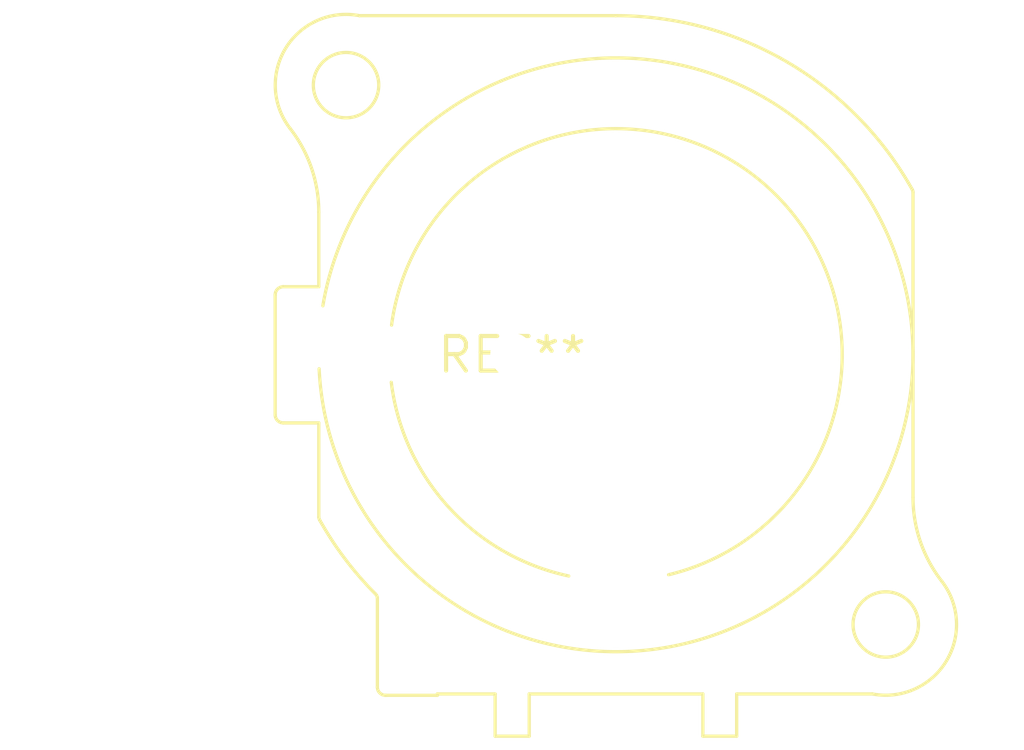
<source format=kicad_pcb>
(kicad_pcb (version 20240108) (generator pcbnew)
  (layers (0 "F.Cu" signal) (31 "B.Cu" signal) (34 "B.Paste" user) (35 "F.Paste" user) (36 "B.SilkS" user "B.Silkscreen") (37 "F.SilkS" user "F.Silkscreen") (38 "B.Mask" user) (39 "F.Mask" user) (44 "Edge.Cuts" user))
  (net 0 "")
  (footprint "Jack_XLR_Neutrik_NC3MBV-SW_Vertical" (layer "F.Cu") (at 0 0)
    (property "Reference" "REF**")
    (property "Value" "Jack_XLR_Neutrik_NC3MBV-SW_Vertical")
    (fp_line (start -8.69 2.2) (end -8.69 -2.2) (layer "F.SilkS") (stroke (width 0.12)))
    (fp_line (start -7.09 -5.24) (end -7.09 -2.5) (layer "F.SilkS") (stroke (width 0.12)))
    (fp_line (start -7.09 -2.5) (end -8.39 -2.5) (layer "F.SilkS") (stroke (width 0.12)))
    (fp_line (start -7.09 2.5) (end -8.39 2.5) (layer "F.SilkS") (stroke (width 0.12)))
    (fp_line (start -7.09 2.5) (end -7.09 5.96) (layer "F.SilkS") (stroke (width 0.12)))
    (fp_line (start -4.94 12.2) (end -4.94 8.92) (layer "F.SilkS") (stroke (width 0.12)))
    (fp_line (start -4.64 12.5) (end -2.74 12.5) (layer "F.SilkS") (stroke (width 0.12)))
    (fp_line (start -2.74 12.45) (end -0.62 12.45) (layer "F.SilkS") (stroke (width 0.12)))
    (fp_line (start -2.74 12.5) (end -2.74 12.45) (layer "F.SilkS") (stroke (width 0.12)))
    (fp_line (start -0.62 12.45) (end -0.62 14) (layer "F.SilkS") (stroke (width 0.12)))
    (fp_line (start 0.63 12.45) (end 0.63 14) (layer "F.SilkS") (stroke (width 0.12)))
    (fp_line (start 0.63 12.45) (end 7 12.45) (layer "F.SilkS") (stroke (width 0.12)))
    (fp_line (start 0.63 14) (end -0.62 14) (layer "F.SilkS") (stroke (width 0.12)))
    (fp_line (start 3.81 -12.45) (end -5.6 -12.45) (layer "F.SilkS") (stroke (width 0.12)))
    (fp_line (start 7 12.45) (end 7 14) (layer "F.SilkS") (stroke (width 0.12)))
    (fp_line (start 8.24 12.45) (end 8.24 14) (layer "F.SilkS") (stroke (width 0.12)))
    (fp_line (start 8.24 12.45) (end 13.22 12.45) (layer "F.SilkS") (stroke (width 0.12)))
    (fp_line (start 8.24 14) (end 7 14) (layer "F.SilkS") (stroke (width 0.12)))
    (fp_line (start 14.71 5.24) (end 14.71 -5.96) (layer "F.SilkS") (stroke (width 0.12)))
    (fp_arc (start -8.69 -2.2) (mid -8.602132 -2.412132) (end -8.39 -2.5) (layer "F.SilkS") (stroke (width 0.12)))
    (fp_arc (start -8.39 2.5) (mid -8.602132 2.412132) (end -8.69 2.2) (layer "F.SilkS") (stroke (width 0.12)))
    (fp_arc (start -8.14458 -8.311426) (mid -7.360989 -6.863715) (end -7.09 -5.24) (layer "F.SilkS") (stroke (width 0.12)))
    (fp_arc (start -8.141124 -8.307677) (mid -8.303366 -11.257798) (end -5.6 -12.45) (layer "F.SilkS") (stroke (width 0.12)))
    (fp_arc (start -7.048716 6.079059) (mid -7.076957 6.022165) (end -7.09 5.96) (layer "F.SilkS") (stroke (width 0.12)))
    (fp_arc (start -6.94 -1.8) (mid 14.690408 0.647469) (end -7.077605 0.512393) (layer "F.SilkS") (stroke (width 0.12)))
    (fp_arc (start -5.014621 8.775339) (mid -6.130462 7.487838) (end -7.06 6.06) (layer "F.SilkS") (stroke (width 0.12)))
    (fp_arc (start -5.008287 8.781679) (mid -4.96257 8.845126) (end -4.94 8.92) (layer "F.SilkS") (stroke (width 0.12)))
    (fp_arc (start -4.64 12.5) (mid -4.852132 12.412132) (end -4.94 12.2) (layer "F.SilkS") (stroke (width 0.12)))
    (fp_arc (start -4.42 -1.09) (mid 9.369821 -6.165176) (end 5.741766 8.073988) (layer "F.SilkS") (stroke (width 0.12)))
    (fp_arc (start 2.08 8.12) (mid -2.313728 5.606002) (end -4.430844 1.007866) (layer "F.SilkS") (stroke (width 0.12)))
    (fp_arc (start 3.792668 -12.44996) (mid 10.104527 -10.741542) (end 14.68 -6.07) (layer "F.SilkS") (stroke (width 0.12)))
    (fp_arc (start 14.680526 -6.07) (mid 14.702504 -6.01694) (end 14.71 -5.96) (layer "F.SilkS") (stroke (width 0.12)))
    (fp_arc (start 15.761124 8.307677) (mid 15.923366 11.257798) (end 13.22 12.45) (layer "F.SilkS") (stroke (width 0.12)))
    (fp_arc (start 15.76458 8.311426) (mid 14.980989 6.863715) (end 14.71 5.24) (layer "F.SilkS") (stroke (width 0.12)))
    (fp_circle (center -6.09 -9.9) (end -4.89 -9.9) (layer "F.SilkS") (stroke (width 0.12)) (fill none))
    (fp_circle (center 13.71 9.9) (end 14.91 9.9) (layer "F.SilkS") (stroke (width 0.12)) (fill none))
    (pad "1" thru_hole circle (at 0 0) (size 3.4 3.4) (drill 1.6) (layers *.Cu *.Mask) (remove_unused_layers))
    (pad "2" thru_hole circle (at 7.62 0) (size 3.4 3.4) (drill 1.6) (layers *.Cu *.Mask) (remove_unused_layers))
    (pad "3" thru_hole circle (at 3.81 3.81) (size 3.4 3.4) (drill 1.6) (layers *.Cu *.Mask) (remove_unused_layers))
    (pad "G" thru_hole circle (at 3.81 8.25) (size 2.9 2.9) (drill 1.2) (layers *.Cu *.Mask) (remove_unused_layers))
    (pad "N" thru_hole circle (at -5.08 0) (size 1.8 1.8) (drill 1.2) (layers *.Cu *.Mask) (remove_unused_layers))
    (pad "NC" thru_hole circle (at -3.175 0.635) (size 1.8 1.8) (drill 1.2) (layers *.Cu *.Mask) (remove_unused_layers))
    (pad "NO" thru_hole circle (at -6.985 -0.635) (size 1.8 1.8) (drill 1.2) (layers *.Cu *.Mask) (remove_unused_layers))
  )
)
</source>
